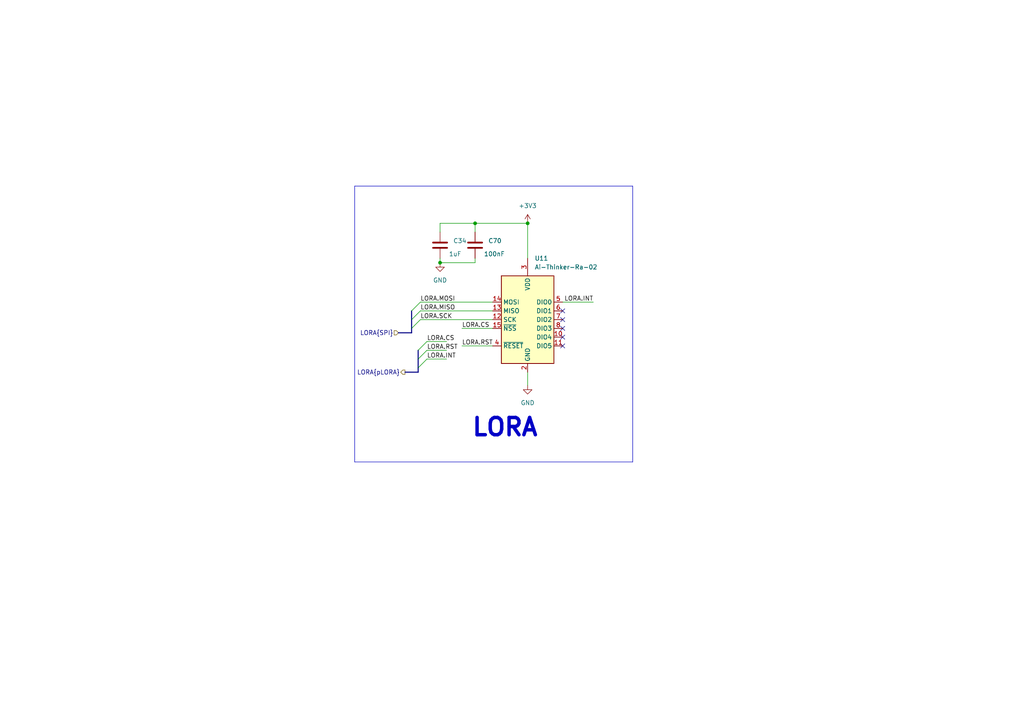
<source format=kicad_sch>
(kicad_sch (version 20230121) (generator eeschema)
  (paper "A4")
  (lib_symbols
    (symbol "Device:C" (pin_numbers hide) (pin_names (offset 0.254))
      (property "Reference" "C" (at 0.635 2.54 0))
      (property "Value" "C" (at 0.635 -2.54 0))
      (symbol "C_0_1"
        (polyline (pts (xy -2.032 -0.762) (xy 2.032 -0.762)) (stroke (width 0.508)))
        (polyline (pts (xy -2.032 0.762) (xy 2.032 0.762)) (stroke (width 0.508)))
      )
      (symbol "C_1_1"
        (pin passive line (at 0 3.81 270) (length 2.794) (name "~") (number "1"))
        (pin passive line (at 0 -3.81 90) (length 2.794) (name "~") (number "2"))
      )
    )
    (symbol "GND_11" (power) (pin_names (offset 0))
      (property "Value" "GND_11" (at 0 -3.81 0))
      (symbol "GND_11_0_1"
        (polyline (pts (xy 0 0) (xy 0 -1.27) (xy 1.27 -1.27) (xy 0 -2.54) (xy -1.27 -1.27) (xy 0 -1.27)))
      )
      (symbol "GND_11_1_1"
        (pin power_in line (at 0 0 270) (length 0) hide (name "GND") (number "1"))
      )
    )
    (symbol "GND_5" (power) (pin_names (offset 0))
      (property "Value" "GND_5" (at 0 -3.81 0))
      (symbol "GND_5_0_1"
        (polyline (pts (xy 0 0) (xy 0 -1.27) (xy 1.27 -1.27) (xy 0 -2.54) (xy -1.27 -1.27) (xy 0 -1.27)))
      )
      (symbol "GND_5_1_1"
        (pin power_in line (at 0 0 270) (length 0) hide (name "GND") (number "1"))
      )
    )
    (symbol "RF_Module:Ai-Thinker-Ra-02"
      (property "Reference" "U" (at 2.54 19.05 0))
      (property "Value" "Ai-Thinker-Ra-02" (at 13.97 -15.24 0))
      (symbol "Ai-Thinker-Ra-02_0_1"
        (rectangle (start -7.62 12.7) (end 7.62 -12.7) (stroke (width 0.254)) (fill (type background)))
      )
      (symbol "Ai-Thinker-Ra-02_1_1"
        (pin passive line (at 0 -15.24 90) (length 2.54) hide (name "GND") (number "1"))
        (pin bidirectional line (at 10.16 -5.08 180) (length 2.54) (name "DIO4") (number "10"))
        (pin bidirectional line (at 10.16 -7.62 180) (length 2.54) (name "DIO5") (number "11"))
        (pin input line (at -10.16 0 0) (length 2.54) (name "SCK") (number "12"))
        (pin output line (at -10.16 2.54 0) (length 2.54) (name "MISO") (number "13"))
        (pin input line (at -10.16 5.08 0) (length 2.54) (name "MOSI") (number "14"))
        (pin input line (at -10.16 -2.54 0) (length 2.54) (name "~{NSS}") (number "15"))
        (pin passive line (at 0 -15.24 90) (length 2.54) hide (name "GND") (number "16"))
        (pin power_in line (at 0 -15.24 90) (length 2.54) (name "GND") (number "2"))
        (pin power_in line (at 0 17.78 270) (length 5.08) (name "VDD") (number "3"))
        (pin input line (at -10.16 -7.62 0) (length 2.54) (name "~{RESET}") (number "4"))
        (pin bidirectional line (at 10.16 5.08 180) (length 2.54) (name "DIO0") (number "5"))
        (pin bidirectional line (at 10.16 2.54 180) (length 2.54) (name "DIO1") (number "6"))
        (pin bidirectional line (at 10.16 0 180) (length 2.54) (name "DIO2") (number "7"))
        (pin bidirectional line (at 10.16 -2.54 180) (length 2.54) (name "DIO3") (number "8"))
        (pin passive line (at 0 -15.24 90) (length 2.54) hide (name "GND") (number "9"))
      )
    )
    (symbol "power:+3V3" (power) (pin_names (offset 0))
      (property "Value" "+3V3" (at 0 3.556 0))
      (symbol "+3V3_0_1"
        (polyline (pts (xy -0.762 1.27) (xy 0 2.54)))
        (polyline (pts (xy 0 0) (xy 0 2.54)))
        (polyline (pts (xy 0 2.54) (xy 0.762 1.27)))
      )
      (symbol "+3V3_1_1"
        (pin power_in line (at 0 0 90) (length 0) hide (name "+3V3") (number "1"))
      )
    )
  )
  (junction (at 153.035 64.77))
  (junction (at 137.795 64.77))
  (junction (at 127.635 76.2))
  (no_connect (at 163.195 95.25))
  (no_connect (at 163.195 100.33))
  (no_connect (at 163.195 90.17))
  (no_connect (at 163.195 97.79))
  (no_connect (at 163.195 92.71))
  (bus_entry (at 121.92 87.63) (size -2.54 2.54))
  (bus_entry (at 121.92 90.17) (size -2.54 2.54))
  (bus_entry (at 123.825 104.14) (size -2.54 2.54))
  (bus_entry (at 121.92 92.71) (size -2.54 2.54))
  (bus_entry (at 123.825 101.6) (size -2.54 2.54))
  (bus_entry (at 123.825 99.06) (size -2.54 2.54))
  (bus (pts (xy 119.38 95.25) (xy 119.38 96.52)))
  (bus (pts (xy 119.38 90.17) (xy 119.38 92.71)))
  (wire (pts (xy 127.635 74.93) (xy 127.635 76.2)))
  (polyline (pts (xy 183.515 53.975) (xy 183.515 133.985)))
  (wire (pts (xy 153.035 64.77) (xy 137.795 64.77)))
  (polyline (pts (xy 102.87 53.975) (xy 102.87 133.985)))
  (wire (pts (xy 121.92 87.63) (xy 142.875 87.63)))
  (bus (pts (xy 117.475 107.95) (xy 121.285 107.95)))
  (polyline (pts (xy 183.515 133.985) (xy 102.87 133.985)))
  (wire (pts (xy 127.635 64.77) (xy 127.635 67.31)))
  (wire (pts (xy 121.92 90.17) (xy 142.875 90.17)))
  (wire (pts (xy 133.985 100.33) (xy 142.875 100.33)))
  (wire (pts (xy 123.825 99.06) (xy 129.54 99.06)))
  (wire (pts (xy 163.195 87.63) (xy 172.085 87.63)))
  (wire (pts (xy 137.795 64.77) (xy 137.795 67.31)))
  (wire (pts (xy 123.825 101.6) (xy 129.54 101.6)))
  (wire (pts (xy 153.035 74.93) (xy 153.035 64.77)))
  (bus (pts (xy 121.285 104.14) (xy 121.285 106.68)))
  (wire (pts (xy 153.035 107.95) (xy 153.035 111.76)))
  (wire (pts (xy 133.985 95.25) (xy 142.875 95.25)))
  (wire (pts (xy 121.92 92.71) (xy 142.875 92.71)))
  (polyline (pts (xy 102.87 53.975) (xy 183.515 53.975)))
  (bus (pts (xy 121.285 101.6) (xy 121.285 104.14)))
  (wire (pts (xy 137.795 74.93) (xy 137.795 76.2)))
  (wire (pts (xy 137.795 64.77) (xy 127.635 64.77)))
  (bus (pts (xy 121.285 106.68) (xy 121.285 107.95)))
  (bus (pts (xy 115.57 96.52) (xy 119.38 96.52)))
  (wire (pts (xy 137.795 76.2) (xy 127.635 76.2)))
  (bus (pts (xy 119.38 92.71) (xy 119.38 95.25)))
  (wire (pts (xy 123.825 104.14) (xy 129.54 104.14)))
  (text "LORA" (at 136.525 127 0) (effects (font (size 5 5) bold) (justify left bottom)))
  (label "LORA.RST" (at 133.985 100.33 0))
  (label "LORA.MISO" (at 121.92 90.17 0))
  (label "LORA.CS" (at 133.985 95.25 0))
  (label "LORA.CS" (at 123.825 99.06 0))
  (label "LORA.INT" (at 123.825 104.14 0))
  (label "LORA.RST" (at 123.825 101.6 0))
  (label "LORA.SCK" (at 121.92 92.71 0))
  (label "LORA.MOSI" (at 121.92 87.63 0))
  (label "LORA.INT" (at 172.085 87.63 180))
  (hierarchical_label "LORA{SPI}" (shape input) (at 115.57 96.52 180))
  (hierarchical_label "LORA{pLORA}" (shape output) (at 117.475 107.95 180))
  (symbol (lib_id "Device:C") (at 127.635 71.12 0) (unit 1)
    (property "Reference" "C34" (at 131.445 69.8499 0) (effects (justify left)))
    (property "Value" "1uF" (at 130.175 73.66 0) (effects (justify left)))
    (property "Footprint" "IVS_FOOTPRINTS:C_0603" (effects hide))
    (instances (project "DLAnhDan_BoardTruyenDuLieu" (path "" (reference "C34") (unit 1))) (project "DO_AN_DKTD" (path "" (reference "C22") (unit 1)) (path "" (reference "C22") (unit 1))))
  )
  (symbol (lib_id "RF_Module:Ai-Thinker-Ra-02") (at 153.035 92.71 0) (unit 1)
    (property "Reference" "U11" (at 155.0544 74.93 0) (effects (justify left)))
    (property "Value" "Ai-Thinker-Ra-02" (at 155.0544 77.47 0) (effects (justify left)))
    (property "Footprint" "IVS_FOOTPRINTS:MODULE_RA-02_LORA" (effects hide))
    (property "Datasheet" "http://wiki.ai-thinker.com/_media/lora/docs/c048ps01a1_ra-02_product_specification_v1.1.pdf" (effects hide))
    (instances (project "DLAnhDan_BoardTruyenDuLieu" (path "" (reference "U11") (unit 1))) (project "DO_AN_DKTD" (path "" (reference "U9") (unit 1)) (path "" (reference "U9") (unit 1))))
  )
  (symbol (lib_name "GND_11") (lib_id "power:GND") (at 153.035 111.76 0) (unit 1)
    (property "Reference" "#PWR0115" (effects hide))
    (property "Value" "GND" (at 153.035 116.84 0))
    (instances (project "DLAnhDan_BoardTruyenDuLieu" (path "" (reference "#PWR0115") (unit 1))) (project "DO_AN_DKTD" (path "" (reference "#PWR049") (unit 1)) (path "" (reference "#PWR049") (unit 1))))
  )
  (symbol (lib_name "GND_5") (lib_id "power:GND") (at 127.635 76.2 0) (unit 1)
    (property "Reference" "#PWR0116" (effects hide))
    (property "Value" "GND" (at 127.635 81.28 0))
    (instances (project "DLAnhDan_BoardTruyenDuLieu" (path "" (reference "#PWR0116") (unit 1))) (project "DO_AN_DKTD" (path "" (reference "#PWR047") (unit 1)) (path "" (reference "#PWR047") (unit 1))))
  )
  (symbol (lib_id "power:+3V3") (at 153.035 64.77 0) (unit 1)
    (property "Reference" "#PWR0114" (effects hide))
    (property "Value" "+3V3" (at 153.035 59.69 0))
    (instances (project "DLAnhDan_BoardTruyenDuLieu" (path "" (reference "#PWR0114") (unit 1))) (project "DO_AN_DKTD" (path "" (reference "#PWR048") (unit 1)) (path "" (reference "#PWR048") (unit 1))))
  )
  (symbol (lib_id "Device:C") (at 137.795 71.12 0) (unit 1)
    (property "Reference" "C70" (at 141.605 69.8499 0) (effects (justify left)))
    (property "Value" "100nF" (at 140.335 73.66 0) (effects (justify left)))
    (property "Footprint" "IVS_FOOTPRINTS:C_0603" (effects hide))
    (instances (project "DLAnhDan_BoardTruyenDuLieu" (path "" (reference "C70") (unit 1))) (project "DO_AN_DKTD" (path "" (reference "C23") (unit 1)) (path "" (reference "C23") (unit 1))))
  )
)
</source>
